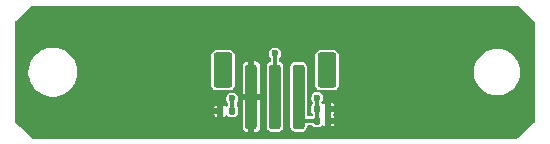
<source format=gbr>
%TF.GenerationSoftware,KiCad,Pcbnew,9.0.0*%
%TF.CreationDate,2025-07-02T21:05:00+02:00*%
%TF.ProjectId,PCK-HALL,50434b2d-4841-44c4-9c2e-6b696361645f,rev?*%
%TF.SameCoordinates,Original*%
%TF.FileFunction,Copper,L2,Bot*%
%TF.FilePolarity,Positive*%
%FSLAX46Y46*%
G04 Gerber Fmt 4.6, Leading zero omitted, Abs format (unit mm)*
G04 Created by KiCad (PCBNEW 9.0.0) date 2025-07-02 21:05:00*
%MOMM*%
%LPD*%
G01*
G04 APERTURE LIST*
G04 Aperture macros list*
%AMRoundRect*
0 Rectangle with rounded corners*
0 $1 Rounding radius*
0 $2 $3 $4 $5 $6 $7 $8 $9 X,Y pos of 4 corners*
0 Add a 4 corners polygon primitive as box body*
4,1,4,$2,$3,$4,$5,$6,$7,$8,$9,$2,$3,0*
0 Add four circle primitives for the rounded corners*
1,1,$1+$1,$2,$3*
1,1,$1+$1,$4,$5*
1,1,$1+$1,$6,$7*
1,1,$1+$1,$8,$9*
0 Add four rect primitives between the rounded corners*
20,1,$1+$1,$2,$3,$4,$5,0*
20,1,$1+$1,$4,$5,$6,$7,0*
20,1,$1+$1,$6,$7,$8,$9,0*
20,1,$1+$1,$8,$9,$2,$3,0*%
G04 Aperture macros list end*
%TA.AperFunction,SMDPad,CuDef*%
%ADD10RoundRect,0.250000X0.250000X2.500000X-0.250000X2.500000X-0.250000X-2.500000X0.250000X-2.500000X0*%
%TD*%
%TA.AperFunction,SMDPad,CuDef*%
%ADD11RoundRect,0.250000X0.550000X1.250000X-0.550000X1.250000X-0.550000X-1.250000X0.550000X-1.250000X0*%
%TD*%
%TA.AperFunction,SMDPad,CuDef*%
%ADD12RoundRect,0.140000X-0.140000X-0.170000X0.140000X-0.170000X0.140000X0.170000X-0.140000X0.170000X0*%
%TD*%
%TA.AperFunction,SMDPad,CuDef*%
%ADD13RoundRect,0.135000X0.135000X0.185000X-0.135000X0.185000X-0.135000X-0.185000X0.135000X-0.185000X0*%
%TD*%
%TA.AperFunction,ViaPad*%
%ADD14C,0.600000*%
%TD*%
%TA.AperFunction,Conductor*%
%ADD15C,0.350000*%
%TD*%
G04 APERTURE END LIST*
D10*
%TO.P,J1,1,Pin_1*%
%TO.N,+3V3*%
X102000000Y-102092000D03*
%TO.P,J1,2,Pin_2*%
%TO.N,Net-(IC1-OUT)*%
X100000000Y-102092000D03*
%TO.P,J1,3,Pin_3*%
%TO.N,GND*%
X98000000Y-102092000D03*
D11*
%TO.P,J1,MP*%
%TO.N,N/C*%
X104400000Y-99842000D03*
X95600000Y-99842000D03*
%TD*%
D12*
%TO.P,C1,1*%
%TO.N,+3V3*%
X103558400Y-103124000D03*
%TO.P,C1,2*%
%TO.N,GND*%
X104518400Y-103124000D03*
%TD*%
D13*
%TO.P,R1,1*%
%TO.N,Net-(IC1-ADJ)*%
X96369600Y-103276400D03*
%TO.P,R1,2*%
%TO.N,GND*%
X95349600Y-103276400D03*
%TD*%
D12*
%TO.P,C2,1*%
%TO.N,+3V3*%
X103558400Y-104114600D03*
%TO.P,C2,2*%
%TO.N,GND*%
X104518400Y-104114600D03*
%TD*%
D14*
%TO.N,GND*%
X95351600Y-104216200D03*
X106553000Y-103606600D03*
X98000000Y-102092000D03*
%TO.N,Net-(IC1-OUT)*%
X100000000Y-98425000D03*
%TO.N,Net-(IC1-ADJ)*%
X96367600Y-102235000D03*
%TO.N,+3V3*%
X103558400Y-102186800D03*
%TD*%
D15*
%TO.N,Net-(IC1-OUT)*%
X100000000Y-98425000D02*
X100000000Y-102092000D01*
%TO.N,Net-(IC1-ADJ)*%
X96369600Y-102309200D02*
X96369600Y-103276400D01*
X96367600Y-102235000D02*
X96367600Y-102307200D01*
X96367600Y-102307200D02*
X96369600Y-102309200D01*
%TO.N,+3V3*%
X103558400Y-104114600D02*
X103558400Y-103124000D01*
X102000000Y-102092000D02*
X102000000Y-103955800D01*
X102158800Y-104114600D02*
X103558400Y-104114600D01*
X103558400Y-102186800D02*
X103558400Y-103124000D01*
X102000000Y-103955800D02*
X102158800Y-104114600D01*
%TD*%
%TA.AperFunction,Conductor*%
%TO.N,GND*%
G36*
X120572772Y-94394407D02*
G01*
X120581944Y-94401952D01*
X121967865Y-95688877D01*
X121997641Y-95742327D01*
X121999500Y-95761423D01*
X121999500Y-104238575D01*
X121980593Y-104296766D01*
X121967865Y-104311122D01*
X120581946Y-105598047D01*
X120526438Y-105623787D01*
X120514581Y-105624500D01*
X79485419Y-105624500D01*
X79427228Y-105605593D01*
X79418054Y-105598047D01*
X78386122Y-104639824D01*
X97249999Y-104639824D01*
X97256401Y-104699370D01*
X97256403Y-104699381D01*
X97306646Y-104834088D01*
X97306647Y-104834090D01*
X97392807Y-104949184D01*
X97392815Y-104949192D01*
X97507909Y-105035352D01*
X97507911Y-105035353D01*
X97642618Y-105085596D01*
X97642629Y-105085598D01*
X97702176Y-105092000D01*
X97749999Y-105092000D01*
X97750000Y-105091999D01*
X97750000Y-102342001D01*
X98250000Y-102342001D01*
X98250000Y-105091999D01*
X98250001Y-105092000D01*
X98297824Y-105092000D01*
X98357370Y-105085598D01*
X98357381Y-105085596D01*
X98492088Y-105035353D01*
X98492090Y-105035352D01*
X98607184Y-104949192D01*
X98607192Y-104949184D01*
X98693352Y-104834090D01*
X98693353Y-104834088D01*
X98743596Y-104699381D01*
X98743598Y-104699370D01*
X98750000Y-104639824D01*
X98750000Y-102342001D01*
X98749999Y-102342000D01*
X98250001Y-102342000D01*
X98250000Y-102342001D01*
X97750000Y-102342001D01*
X97749999Y-102342000D01*
X97250001Y-102342000D01*
X97250000Y-102342001D01*
X97250000Y-104639824D01*
X97249999Y-104639824D01*
X78386122Y-104639824D01*
X78032135Y-104311122D01*
X78002359Y-104257670D01*
X78000500Y-104238575D01*
X78000500Y-103526400D01*
X94833747Y-103526400D01*
X94840503Y-103572775D01*
X94896935Y-103688207D01*
X94987793Y-103779065D01*
X95099599Y-103833723D01*
X95099600Y-103833723D01*
X95099600Y-103526401D01*
X95099599Y-103526400D01*
X94833747Y-103526400D01*
X78000500Y-103526400D01*
X78000500Y-103026399D01*
X94833745Y-103026399D01*
X94833746Y-103026400D01*
X95099599Y-103026400D01*
X95099600Y-103026399D01*
X95099600Y-102719075D01*
X95599600Y-102719075D01*
X95599600Y-103833723D01*
X95711406Y-103779065D01*
X95802266Y-103688205D01*
X95807032Y-103681531D01*
X95808184Y-103682353D01*
X95844543Y-103644769D01*
X95904808Y-103634196D01*
X95959778Y-103661066D01*
X95960890Y-103662159D01*
X96039196Y-103740465D01*
X96039197Y-103740465D01*
X96039198Y-103740466D01*
X96146424Y-103790467D01*
X96146425Y-103790467D01*
X96146427Y-103790468D01*
X96195284Y-103796900D01*
X96195285Y-103796900D01*
X96543914Y-103796900D01*
X96543916Y-103796900D01*
X96592773Y-103790468D01*
X96700004Y-103740465D01*
X96783665Y-103656804D01*
X96833668Y-103549573D01*
X96840100Y-103500716D01*
X96840100Y-103052084D01*
X96833668Y-103003227D01*
X96783665Y-102895996D01*
X96783664Y-102895994D01*
X96774094Y-102886424D01*
X96746318Y-102831907D01*
X96745100Y-102816423D01*
X96745100Y-102605894D01*
X96764007Y-102547703D01*
X96765560Y-102545624D01*
X96768095Y-102542318D01*
X96768100Y-102542314D01*
X96833992Y-102428186D01*
X96868100Y-102300892D01*
X96868100Y-102169108D01*
X96833992Y-102041814D01*
X96833990Y-102041811D01*
X96833990Y-102041809D01*
X96768103Y-101927690D01*
X96768101Y-101927688D01*
X96768100Y-101927686D01*
X96674914Y-101834500D01*
X96674911Y-101834498D01*
X96674909Y-101834496D01*
X96560789Y-101768609D01*
X96560791Y-101768609D01*
X96511399Y-101755375D01*
X96433492Y-101734500D01*
X96301708Y-101734500D01*
X96223800Y-101755375D01*
X96174409Y-101768609D01*
X96060290Y-101834496D01*
X95967096Y-101927690D01*
X95901209Y-102041809D01*
X95882139Y-102112978D01*
X95867100Y-102169108D01*
X95867100Y-102300892D01*
X95878115Y-102342000D01*
X95901209Y-102428190D01*
X95967096Y-102542309D01*
X95971049Y-102547460D01*
X95969391Y-102548731D01*
X95992881Y-102594834D01*
X95994100Y-102610321D01*
X95994100Y-102816423D01*
X95991631Y-102824020D01*
X95992881Y-102831910D01*
X95982356Y-102852565D01*
X95975193Y-102874614D01*
X95965104Y-102886427D01*
X95960949Y-102890582D01*
X95906432Y-102918359D01*
X95846000Y-102908788D01*
X95807877Y-102870665D01*
X95807032Y-102871269D01*
X95803414Y-102866202D01*
X95802735Y-102865523D01*
X95802284Y-102864620D01*
X95802266Y-102864594D01*
X95711406Y-102773734D01*
X95599600Y-102719075D01*
X95099600Y-102719075D01*
X94987793Y-102773734D01*
X94896934Y-102864593D01*
X94840502Y-102980028D01*
X94833745Y-103026399D01*
X78000500Y-103026399D01*
X78000500Y-99863978D01*
X79124700Y-99863978D01*
X79124700Y-99915711D01*
X79124700Y-100136022D01*
X79160209Y-100405740D01*
X79215897Y-100613572D01*
X79230617Y-100668508D01*
X79230619Y-100668515D01*
X79334726Y-100919852D01*
X79470747Y-101155446D01*
X79636353Y-101371269D01*
X79636355Y-101371271D01*
X79636359Y-101371276D01*
X79828724Y-101563641D01*
X79828728Y-101563644D01*
X79828730Y-101563646D01*
X79862451Y-101589521D01*
X80044551Y-101729251D01*
X80044553Y-101729252D01*
X80239835Y-101841999D01*
X80280149Y-101865274D01*
X80531485Y-101969381D01*
X80794260Y-102039791D01*
X81063978Y-102075300D01*
X81063979Y-102075300D01*
X81336021Y-102075300D01*
X81336022Y-102075300D01*
X81605740Y-102039791D01*
X81868515Y-101969381D01*
X82119851Y-101865274D01*
X82355449Y-101729251D01*
X82571276Y-101563641D01*
X82763641Y-101371276D01*
X82929251Y-101155449D01*
X83065274Y-100919851D01*
X83169381Y-100668515D01*
X83239791Y-100405740D01*
X83275300Y-100136022D01*
X83275300Y-99863978D01*
X83239791Y-99594260D01*
X83169381Y-99331485D01*
X83065274Y-99080149D01*
X83061993Y-99074467D01*
X82929252Y-98844553D01*
X82929251Y-98844551D01*
X82763641Y-98628724D01*
X82672642Y-98537725D01*
X94599500Y-98537725D01*
X94599500Y-101146274D01*
X94602353Y-101176694D01*
X94602355Y-101176703D01*
X94647207Y-101304883D01*
X94727845Y-101414144D01*
X94727847Y-101414146D01*
X94727850Y-101414150D01*
X94727853Y-101414152D01*
X94727855Y-101414154D01*
X94837116Y-101494792D01*
X94837117Y-101494792D01*
X94837118Y-101494793D01*
X94965301Y-101539646D01*
X94995725Y-101542499D01*
X94995727Y-101542500D01*
X94995734Y-101542500D01*
X96204273Y-101542500D01*
X96204273Y-101542499D01*
X96234699Y-101539646D01*
X96362882Y-101494793D01*
X96472150Y-101414150D01*
X96552793Y-101304882D01*
X96597646Y-101176699D01*
X96600499Y-101146273D01*
X96600500Y-101146273D01*
X96600500Y-99544175D01*
X97250000Y-99544175D01*
X97250000Y-101841999D01*
X97250001Y-101842000D01*
X97749999Y-101842000D01*
X97750000Y-101841999D01*
X97750000Y-99092001D01*
X98250000Y-99092001D01*
X98250000Y-101841999D01*
X98250001Y-101842000D01*
X98749999Y-101842000D01*
X98750000Y-101841999D01*
X98750000Y-99544177D01*
X98749306Y-99537725D01*
X99299500Y-99537725D01*
X99299500Y-104646274D01*
X99302353Y-104676694D01*
X99302355Y-104676703D01*
X99347207Y-104804883D01*
X99427845Y-104914144D01*
X99427847Y-104914146D01*
X99427850Y-104914150D01*
X99427853Y-104914152D01*
X99427855Y-104914154D01*
X99537116Y-104994792D01*
X99537117Y-104994792D01*
X99537118Y-104994793D01*
X99665301Y-105039646D01*
X99695725Y-105042499D01*
X99695727Y-105042500D01*
X99695734Y-105042500D01*
X100304273Y-105042500D01*
X100304273Y-105042499D01*
X100334699Y-105039646D01*
X100462882Y-104994793D01*
X100572150Y-104914150D01*
X100652793Y-104804882D01*
X100697646Y-104676699D01*
X100700499Y-104646273D01*
X100700500Y-104646273D01*
X100700500Y-99537727D01*
X100700499Y-99537725D01*
X101299500Y-99537725D01*
X101299500Y-104646274D01*
X101302353Y-104676694D01*
X101302355Y-104676703D01*
X101347207Y-104804883D01*
X101427845Y-104914144D01*
X101427847Y-104914146D01*
X101427850Y-104914150D01*
X101427853Y-104914152D01*
X101427855Y-104914154D01*
X101537116Y-104994792D01*
X101537117Y-104994792D01*
X101537118Y-104994793D01*
X101665301Y-105039646D01*
X101695725Y-105042499D01*
X101695727Y-105042500D01*
X101695734Y-105042500D01*
X102304273Y-105042500D01*
X102304273Y-105042499D01*
X102334699Y-105039646D01*
X102462882Y-104994793D01*
X102572150Y-104914150D01*
X102652793Y-104804882D01*
X102697646Y-104676699D01*
X102700499Y-104646273D01*
X102700500Y-104646273D01*
X102700500Y-104589100D01*
X102719407Y-104530909D01*
X102768907Y-104494945D01*
X102799500Y-104490100D01*
X103101352Y-104490100D01*
X103159543Y-104509007D01*
X103171355Y-104519096D01*
X103218152Y-104565892D01*
X103220084Y-104567824D01*
X103328913Y-104618572D01*
X103378499Y-104625100D01*
X103738300Y-104625099D01*
X103787887Y-104618572D01*
X103787888Y-104618572D01*
X103861231Y-104584371D01*
X103896716Y-104567824D01*
X103933397Y-104531142D01*
X103987912Y-104503367D01*
X104048344Y-104512938D01*
X104073403Y-104531144D01*
X104146308Y-104604049D01*
X104256382Y-104660134D01*
X104268400Y-104662037D01*
X104268400Y-104364601D01*
X104768400Y-104364601D01*
X104768400Y-104662037D01*
X104780417Y-104660134D01*
X104890491Y-104604049D01*
X104977850Y-104516690D01*
X104977851Y-104516688D01*
X105033932Y-104406625D01*
X105033934Y-104406618D01*
X105040590Y-104364600D01*
X104768401Y-104364600D01*
X104768400Y-104364601D01*
X104268400Y-104364601D01*
X104268400Y-103374001D01*
X104768400Y-103374001D01*
X104768400Y-103864599D01*
X104768401Y-103864600D01*
X105040590Y-103864600D01*
X105033934Y-103822581D01*
X105033932Y-103822574D01*
X104977851Y-103712511D01*
X104977850Y-103712509D01*
X104954645Y-103689304D01*
X104926868Y-103634787D01*
X104936439Y-103574355D01*
X104954645Y-103549296D01*
X104977850Y-103526090D01*
X104977851Y-103526088D01*
X105033932Y-103416025D01*
X105033934Y-103416018D01*
X105040590Y-103374000D01*
X104768401Y-103374000D01*
X104768400Y-103374001D01*
X104268400Y-103374001D01*
X104268400Y-102873999D01*
X104768400Y-102873999D01*
X104768401Y-102874000D01*
X105040590Y-102874000D01*
X105033934Y-102831981D01*
X105033932Y-102831974D01*
X104977851Y-102721911D01*
X104977850Y-102721909D01*
X104890491Y-102634550D01*
X104780418Y-102578465D01*
X104780416Y-102578464D01*
X104768400Y-102576561D01*
X104768400Y-102873999D01*
X104268400Y-102873999D01*
X104268400Y-102576561D01*
X104268399Y-102576561D01*
X104256383Y-102578464D01*
X104256381Y-102578465D01*
X104146308Y-102634550D01*
X104102904Y-102677955D01*
X104082248Y-102688479D01*
X104063493Y-102702106D01*
X104055504Y-102702106D01*
X104048387Y-102705732D01*
X104025492Y-102702106D01*
X104002307Y-102702106D01*
X103995844Y-102697410D01*
X103987955Y-102696161D01*
X103971563Y-102679769D01*
X103952807Y-102666142D01*
X103950338Y-102658544D01*
X103944690Y-102652896D01*
X103933900Y-102607951D01*
X103933900Y-102560121D01*
X103952807Y-102501930D01*
X103955033Y-102499323D01*
X103954951Y-102499260D01*
X103958896Y-102494117D01*
X103958900Y-102494114D01*
X103958903Y-102494109D01*
X104024790Y-102379990D01*
X104024790Y-102379988D01*
X104024792Y-102379986D01*
X104058900Y-102252692D01*
X104058900Y-102120908D01*
X104024792Y-101993614D01*
X104024790Y-101993611D01*
X104024790Y-101993609D01*
X103958903Y-101879490D01*
X103958901Y-101879488D01*
X103958900Y-101879486D01*
X103865714Y-101786300D01*
X103865711Y-101786298D01*
X103865709Y-101786296D01*
X103763414Y-101727236D01*
X103722473Y-101681767D01*
X103716077Y-101620917D01*
X103746670Y-101567928D01*
X103802566Y-101543042D01*
X103812914Y-101542500D01*
X105004273Y-101542500D01*
X105004273Y-101542499D01*
X105034699Y-101539646D01*
X105162882Y-101494793D01*
X105272150Y-101414150D01*
X105352793Y-101304882D01*
X105397646Y-101176699D01*
X105400499Y-101146273D01*
X105400500Y-101146273D01*
X105400500Y-99870997D01*
X116831821Y-99870997D01*
X116831821Y-100129002D01*
X116865496Y-100384789D01*
X116865496Y-100384794D01*
X116932271Y-100634000D01*
X116932275Y-100634013D01*
X117031003Y-100872367D01*
X117031006Y-100872372D01*
X117160006Y-101095805D01*
X117317064Y-101300488D01*
X117317066Y-101300490D01*
X117317070Y-101300495D01*
X117499505Y-101482930D01*
X117499509Y-101482933D01*
X117499511Y-101482935D01*
X117521923Y-101500132D01*
X117704192Y-101639992D01*
X117815910Y-101704493D01*
X117927627Y-101768993D01*
X117927632Y-101768996D01*
X118069540Y-101827775D01*
X118165992Y-101867727D01*
X118415203Y-101934503D01*
X118670999Y-101968179D01*
X118671000Y-101968179D01*
X118929000Y-101968179D01*
X118929001Y-101968179D01*
X119184797Y-101934503D01*
X119434008Y-101867727D01*
X119630600Y-101786296D01*
X119672367Y-101768996D01*
X119672368Y-101768994D01*
X119672371Y-101768994D01*
X119895808Y-101639992D01*
X120100495Y-101482930D01*
X120282930Y-101300495D01*
X120439992Y-101095808D01*
X120568994Y-100872371D01*
X120667727Y-100634008D01*
X120734503Y-100384797D01*
X120768179Y-100129001D01*
X120768179Y-99870999D01*
X120734503Y-99615203D01*
X120667727Y-99365992D01*
X120613392Y-99234815D01*
X120568996Y-99127632D01*
X120568993Y-99127627D01*
X120439993Y-98904194D01*
X120439992Y-98904192D01*
X120346871Y-98782834D01*
X120282935Y-98699511D01*
X120282933Y-98699509D01*
X120282930Y-98699505D01*
X120100495Y-98517070D01*
X120100490Y-98517066D01*
X120100488Y-98517064D01*
X119962218Y-98410966D01*
X119895808Y-98360008D01*
X119894251Y-98359109D01*
X119672372Y-98231006D01*
X119672367Y-98231003D01*
X119434013Y-98132275D01*
X119434012Y-98132274D01*
X119434008Y-98132273D01*
X119184797Y-98065497D01*
X119184794Y-98065496D01*
X119184792Y-98065496D01*
X118929002Y-98031821D01*
X118929001Y-98031821D01*
X118670999Y-98031821D01*
X118670997Y-98031821D01*
X118415210Y-98065496D01*
X118415205Y-98065496D01*
X118165999Y-98132271D01*
X118165986Y-98132275D01*
X117927632Y-98231003D01*
X117927627Y-98231006D01*
X117704194Y-98360006D01*
X117499511Y-98517064D01*
X117317064Y-98699511D01*
X117160006Y-98904194D01*
X117031006Y-99127627D01*
X117031003Y-99127632D01*
X116932275Y-99365986D01*
X116932271Y-99365999D01*
X116865496Y-99615205D01*
X116865496Y-99615210D01*
X116831821Y-99870997D01*
X105400500Y-99870997D01*
X105400500Y-98537727D01*
X105400499Y-98537725D01*
X105398562Y-98517070D01*
X105397646Y-98507301D01*
X105352793Y-98379118D01*
X105338689Y-98360008D01*
X105272154Y-98269855D01*
X105272152Y-98269853D01*
X105272150Y-98269850D01*
X105272146Y-98269847D01*
X105272144Y-98269845D01*
X105162883Y-98189207D01*
X105034703Y-98144355D01*
X105034694Y-98144353D01*
X105004274Y-98141500D01*
X105004266Y-98141500D01*
X103795734Y-98141500D01*
X103795725Y-98141500D01*
X103765305Y-98144353D01*
X103765296Y-98144355D01*
X103637116Y-98189207D01*
X103527855Y-98269845D01*
X103527845Y-98269855D01*
X103447207Y-98379116D01*
X103402355Y-98507296D01*
X103402353Y-98507305D01*
X103399500Y-98537725D01*
X103399500Y-101146274D01*
X103402353Y-101176694D01*
X103402355Y-101176703D01*
X103447207Y-101304883D01*
X103527845Y-101414144D01*
X103527847Y-101414146D01*
X103527850Y-101414150D01*
X103527853Y-101414152D01*
X103527855Y-101414154D01*
X103637116Y-101494792D01*
X103643674Y-101498258D01*
X103642683Y-101500132D01*
X103683120Y-101530920D01*
X103700717Y-101589521D01*
X103680509Y-101647273D01*
X103630215Y-101682117D01*
X103601742Y-101686300D01*
X103492508Y-101686300D01*
X103414600Y-101707175D01*
X103365209Y-101720409D01*
X103251090Y-101786296D01*
X103157896Y-101879490D01*
X103092009Y-101993609D01*
X103092008Y-101993614D01*
X103057900Y-102120908D01*
X103057900Y-102252692D01*
X103070815Y-102300892D01*
X103092009Y-102379990D01*
X103157896Y-102494109D01*
X103161849Y-102499260D01*
X103161104Y-102499831D01*
X103163993Y-102501930D01*
X103171156Y-102523978D01*
X103181681Y-102544634D01*
X103182900Y-102560121D01*
X103182900Y-102666952D01*
X103163993Y-102725143D01*
X103153905Y-102736954D01*
X103135176Y-102755683D01*
X103135174Y-102755686D01*
X103084429Y-102864510D01*
X103084428Y-102864511D01*
X103077900Y-102914100D01*
X103077900Y-103333896D01*
X103077901Y-103333907D01*
X103084427Y-103383486D01*
X103084427Y-103383488D01*
X103135174Y-103492313D01*
X103135175Y-103492314D01*
X103135176Y-103492316D01*
X103153905Y-103511045D01*
X103157530Y-103518160D01*
X103163993Y-103522856D01*
X103171156Y-103544904D01*
X103181681Y-103565560D01*
X103182900Y-103581047D01*
X103182900Y-103640100D01*
X103163993Y-103698291D01*
X103114493Y-103734255D01*
X103083900Y-103739100D01*
X102799500Y-103739100D01*
X102741309Y-103720193D01*
X102705345Y-103670693D01*
X102700500Y-103640100D01*
X102700500Y-99537727D01*
X102700499Y-99537725D01*
X102697646Y-99507305D01*
X102697646Y-99507301D01*
X102652793Y-99379118D01*
X102643101Y-99365986D01*
X102572154Y-99269855D01*
X102572152Y-99269853D01*
X102572150Y-99269850D01*
X102572146Y-99269847D01*
X102572144Y-99269845D01*
X102462883Y-99189207D01*
X102334703Y-99144355D01*
X102334694Y-99144353D01*
X102304274Y-99141500D01*
X102304266Y-99141500D01*
X101695734Y-99141500D01*
X101695725Y-99141500D01*
X101665305Y-99144353D01*
X101665296Y-99144355D01*
X101537116Y-99189207D01*
X101427855Y-99269845D01*
X101427845Y-99269855D01*
X101347207Y-99379116D01*
X101302355Y-99507296D01*
X101302353Y-99507305D01*
X101299500Y-99537725D01*
X100700499Y-99537725D01*
X100697646Y-99507305D01*
X100697646Y-99507301D01*
X100652793Y-99379118D01*
X100643101Y-99365986D01*
X100572154Y-99269855D01*
X100572152Y-99269853D01*
X100572150Y-99269850D01*
X100572146Y-99269847D01*
X100572144Y-99269845D01*
X100462885Y-99189208D01*
X100462881Y-99189206D01*
X100441801Y-99181830D01*
X100393121Y-99144764D01*
X100375500Y-99088386D01*
X100375500Y-98798321D01*
X100394407Y-98740130D01*
X100396633Y-98737523D01*
X100396551Y-98737460D01*
X100400496Y-98732317D01*
X100400500Y-98732314D01*
X100419439Y-98699511D01*
X100466390Y-98618190D01*
X100466390Y-98618188D01*
X100466392Y-98618186D01*
X100500500Y-98490892D01*
X100500500Y-98359108D01*
X100466392Y-98231814D01*
X100466390Y-98231811D01*
X100466390Y-98231809D01*
X100400503Y-98117690D01*
X100400501Y-98117688D01*
X100400500Y-98117686D01*
X100307314Y-98024500D01*
X100307311Y-98024498D01*
X100307309Y-98024496D01*
X100193189Y-97958609D01*
X100193191Y-97958609D01*
X100143799Y-97945375D01*
X100065892Y-97924500D01*
X99934108Y-97924500D01*
X99856200Y-97945375D01*
X99806809Y-97958609D01*
X99692690Y-98024496D01*
X99599496Y-98117690D01*
X99533609Y-98231809D01*
X99533608Y-98231814D01*
X99499500Y-98359108D01*
X99499500Y-98490892D01*
X99512051Y-98537734D01*
X99533609Y-98618190D01*
X99599496Y-98732309D01*
X99603449Y-98737460D01*
X99601086Y-98739273D01*
X99623281Y-98782834D01*
X99624500Y-98798321D01*
X99624500Y-99088386D01*
X99605593Y-99146577D01*
X99558199Y-99181830D01*
X99537118Y-99189206D01*
X99537114Y-99189208D01*
X99427855Y-99269845D01*
X99427845Y-99269855D01*
X99347207Y-99379116D01*
X99302355Y-99507296D01*
X99302353Y-99507305D01*
X99299500Y-99537725D01*
X98749306Y-99537725D01*
X98743598Y-99484629D01*
X98743596Y-99484618D01*
X98693353Y-99349911D01*
X98693352Y-99349909D01*
X98607192Y-99234815D01*
X98607184Y-99234807D01*
X98492090Y-99148647D01*
X98492088Y-99148646D01*
X98357381Y-99098403D01*
X98357370Y-99098401D01*
X98297824Y-99092000D01*
X98250001Y-99092000D01*
X98250000Y-99092001D01*
X97750000Y-99092001D01*
X97749999Y-99092000D01*
X97702176Y-99092000D01*
X97642629Y-99098401D01*
X97642618Y-99098403D01*
X97507911Y-99148646D01*
X97507909Y-99148647D01*
X97392815Y-99234807D01*
X97392807Y-99234815D01*
X97306647Y-99349909D01*
X97306646Y-99349911D01*
X97256403Y-99484618D01*
X97256401Y-99484629D01*
X97250000Y-99544175D01*
X96600500Y-99544175D01*
X96600500Y-98537727D01*
X96600499Y-98537725D01*
X96598562Y-98517070D01*
X96597646Y-98507301D01*
X96552793Y-98379118D01*
X96538689Y-98360008D01*
X96472154Y-98269855D01*
X96472152Y-98269853D01*
X96472150Y-98269850D01*
X96472146Y-98269847D01*
X96472144Y-98269845D01*
X96362883Y-98189207D01*
X96234703Y-98144355D01*
X96234694Y-98144353D01*
X96204274Y-98141500D01*
X96204266Y-98141500D01*
X94995734Y-98141500D01*
X94995725Y-98141500D01*
X94965305Y-98144353D01*
X94965296Y-98144355D01*
X94837116Y-98189207D01*
X94727855Y-98269845D01*
X94727845Y-98269855D01*
X94647207Y-98379116D01*
X94602355Y-98507296D01*
X94602353Y-98507305D01*
X94599500Y-98537725D01*
X82672642Y-98537725D01*
X82571276Y-98436359D01*
X82571271Y-98436355D01*
X82571269Y-98436353D01*
X82355446Y-98270747D01*
X82119852Y-98134726D01*
X81868515Y-98030619D01*
X81868508Y-98030617D01*
X81835828Y-98021860D01*
X81605740Y-97960209D01*
X81605733Y-97960208D01*
X81336023Y-97924700D01*
X81336022Y-97924700D01*
X81063978Y-97924700D01*
X81063976Y-97924700D01*
X80794266Y-97960208D01*
X80794264Y-97960208D01*
X80794260Y-97960209D01*
X80634581Y-98002994D01*
X80531491Y-98030617D01*
X80531484Y-98030619D01*
X80280147Y-98134726D01*
X80044553Y-98270747D01*
X79828730Y-98436353D01*
X79636353Y-98628730D01*
X79470747Y-98844553D01*
X79334726Y-99080147D01*
X79230619Y-99331484D01*
X79230617Y-99331491D01*
X79221373Y-99365992D01*
X79160209Y-99594260D01*
X79160208Y-99594264D01*
X79160208Y-99594266D01*
X79143755Y-99719243D01*
X79124700Y-99863978D01*
X78000500Y-99863978D01*
X78000500Y-95761423D01*
X78019407Y-95703232D01*
X78032131Y-95688879D01*
X79418054Y-94401952D01*
X79473562Y-94376213D01*
X79485419Y-94375500D01*
X120514581Y-94375500D01*
X120572772Y-94394407D01*
G37*
%TD.AperFunction*%
%TD*%
M02*

</source>
